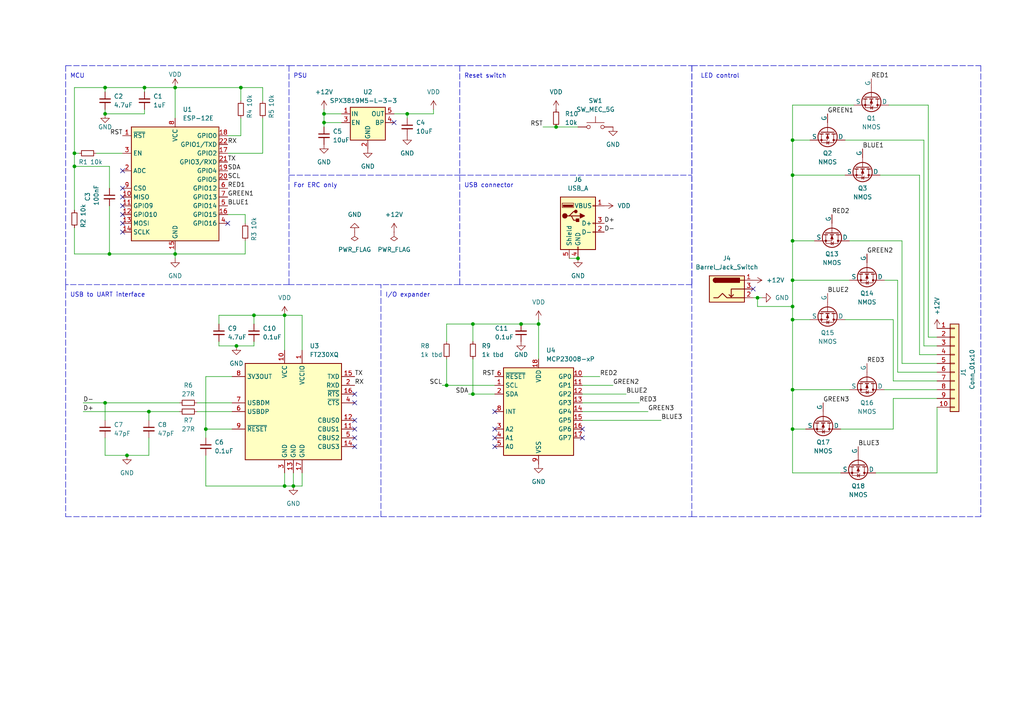
<source format=kicad_sch>
(kicad_sch (version 20230121) (generator eeschema)
  (paper "A4")
  (title_block (title "Christmas lights") (date "2023-12-3") (company "Yiting Wang, Mateusz Wolski, Rolland Theodore"))
  (lib_symbols
    (symbol "Connector:Barrel_Jack_Switch" (pin_names hide)
      (property "Reference" "J" (at 0 5.334 0))
      (property "Value" "Barrel_Jack_Switch" (at 0 -5.08 0))
      (symbol "Barrel_Jack_Switch_0_1"
        (rectangle (start -5.08 3.81) (end 5.08 -3.81) (stroke (width 0.254)) (fill (type background)))
        (arc (start -3.302 3.175) (mid -3.9343 2.54) (end -3.302 1.905) (stroke (width 0.254)))
        (arc (start -3.302 3.175) (mid -3.9343 2.54) (end -3.302 1.905) (stroke (width 0.254)) (fill (type outline)))
        (polyline (pts (xy 1.27 -2.286) (xy 1.905 -1.651)) (stroke (width 0.254)))
        (polyline (pts (xy 5.08 2.54) (xy 3.81 2.54)) (stroke (width 0.254)))
        (polyline (pts (xy 5.08 0) (xy 1.27 0) (xy 1.27 -2.286) (xy 0.635 -1.651)) (stroke (width 0.254)))
        (polyline (pts (xy -3.81 -2.54) (xy -2.54 -2.54) (xy -1.27 -1.27) (xy 0 -2.54) (xy 2.54 -2.54) (xy 5.08 -2.54)) (stroke (width 0.254)))
        (rectangle (start 3.683 3.175) (end -3.302 1.905) (stroke (width 0.254)) (fill (type outline)))
      )
      (symbol "Barrel_Jack_Switch_1_1"
        (pin passive line (at 7.62 2.54 180) (length 2.54) (name "~") (number "1"))
        (pin passive line (at 7.62 -2.54 180) (length 2.54) (name "~") (number "2"))
        (pin passive line (at 7.62 0 180) (length 2.54) (name "~") (number "3"))
      )
    )
    (symbol "Connector:USB_A" (pin_names (offset 1.016))
      (property "Reference" "J" (at -5.08 11.43 0))
      (property "Value" "USB_A" (at -5.08 8.89 0))
      (symbol "USB_A_0_1"
        (rectangle (start -5.08 -7.62) (end 5.08 7.62) (stroke (width 0.254)) (fill (type background)))
        (circle (center -3.81 2.159) (radius 0.635) (stroke (width 0.254)) (fill (type outline)))
        (rectangle (start -1.524 4.826) (end -4.318 5.334) (fill (type outline)))
        (rectangle (start -1.27 4.572) (end -4.572 5.842))
        (circle (center -0.635 3.429) (radius 0.381) (stroke (width 0.254)) (fill (type outline)))
        (rectangle (start -0.127 -7.62) (end 0.127 -6.858))
        (polyline (pts (xy -3.175 2.159) (xy -2.54 2.159) (xy -1.27 3.429) (xy -0.635 3.429)) (stroke (width 0.254)))
        (polyline (pts (xy -2.54 2.159) (xy -1.905 2.159) (xy -1.27 0.889) (xy 0 0.889)) (stroke (width 0.254)))
        (polyline (pts (xy 0.635 2.794) (xy 0.635 1.524) (xy 1.905 2.159) (xy 0.635 2.794)) (stroke (width 0.254)) (fill (type outline)))
        (rectangle (start 0.254 1.27) (end -0.508 0.508) (stroke (width 0.254)) (fill (type outline)))
        (rectangle (start 5.08 -2.667) (end 4.318 -2.413))
        (rectangle (start 5.08 -0.127) (end 4.318 0.127))
        (rectangle (start 5.08 4.953) (end 4.318 5.207))
      )
      (symbol "USB_A_1_1"
        (polyline (pts (xy -1.905 2.159) (xy 0.635 2.159)) (stroke (width 0.254)))
        (pin power_in line (at 7.62 5.08 180) (length 2.54) (name "VBUS") (number "1"))
        (pin bidirectional line (at 7.62 -2.54 180) (length 2.54) (name "D-") (number "2"))
        (pin bidirectional line (at 7.62 0 180) (length 2.54) (name "D+") (number "3"))
        (pin power_in line (at 0 -10.16 90) (length 2.54) (name "GND") (number "4"))
        (pin passive line (at -2.54 -10.16 90) (length 2.54) (name "Shield") (number "5"))
      )
    )
    (symbol "Connector_Generic:Conn_01x10" (pin_names (offset 1.016) hide)
      (property "Reference" "J" (at 0 12.7 0))
      (property "Value" "Conn_01x10" (at 0 -15.24 0))
      (symbol "Conn_01x10_1_1"
        (rectangle (start -1.27 -12.573) (end 0 -12.827) (stroke (width 0.1524)))
        (rectangle (start -1.27 -10.033) (end 0 -10.287) (stroke (width 0.1524)))
        (rectangle (start -1.27 -7.493) (end 0 -7.747) (stroke (width 0.1524)))
        (rectangle (start -1.27 -4.953) (end 0 -5.207) (stroke (width 0.1524)))
        (rectangle (start -1.27 -2.413) (end 0 -2.667) (stroke (width 0.1524)))
        (rectangle (start -1.27 0.127) (end 0 -0.127) (stroke (width 0.1524)))
        (rectangle (start -1.27 2.667) (end 0 2.413) (stroke (width 0.1524)))
        (rectangle (start -1.27 5.207) (end 0 4.953) (stroke (width 0.1524)))
        (rectangle (start -1.27 7.747) (end 0 7.493) (stroke (width 0.1524)))
        (rectangle (start -1.27 10.287) (end 0 10.033) (stroke (width 0.1524)))
        (rectangle (start -1.27 11.43) (end 1.27 -13.97) (stroke (width 0.254)) (fill (type background)))
        (pin passive line (at -5.08 10.16 0) (length 3.81) (name "Pin_1") (number "1"))
        (pin passive line (at -5.08 -12.7 0) (length 3.81) (name "Pin_10") (number "10"))
        (pin passive line (at -5.08 7.62 0) (length 3.81) (name "Pin_2") (number "2"))
        (pin passive line (at -5.08 5.08 0) (length 3.81) (name "Pin_3") (number "3"))
        (pin passive line (at -5.08 2.54 0) (length 3.81) (name "Pin_4") (number "4"))
        (pin passive line (at -5.08 0 0) (length 3.81) (name "Pin_5") (number "5"))
        (pin passive line (at -5.08 -2.54 0) (length 3.81) (name "Pin_6") (number "6"))
        (pin passive line (at -5.08 -5.08 0) (length 3.81) (name "Pin_7") (number "7"))
        (pin passive line (at -5.08 -7.62 0) (length 3.81) (name "Pin_8") (number "8"))
        (pin passive line (at -5.08 -10.16 0) (length 3.81) (name "Pin_9") (number "9"))
      )
    )
    (symbol "Device:C_Small" (pin_numbers hide) (pin_names (offset 0.254) hide)
      (property "Reference" "C" (at 0.254 1.778 0))
      (property "Value" "C_Small" (at 0.254 -2.032 0))
      (symbol "C_Small_0_1"
        (polyline (pts (xy -1.524 -0.508) (xy 1.524 -0.508)) (stroke (width 0.3302)))
        (polyline (pts (xy -1.524 0.508) (xy 1.524 0.508)) (stroke (width 0.3048)))
      )
      (symbol "C_Small_1_1"
        (pin passive line (at 0 2.54 270) (length 2.032) (name "~") (number "1"))
        (pin passive line (at 0 -2.54 90) (length 2.032) (name "~") (number "2"))
      )
    )
    (symbol "Device:R_Small" (pin_numbers hide) (pin_names (offset 0.254) hide)
      (property "Reference" "R" (at 0.762 0.508 0))
      (property "Value" "R_Small" (at 0.762 -1.016 0))
      (symbol "R_Small_0_1"
        (rectangle (start -0.762 1.778) (end 0.762 -1.778) (stroke (width 0.2032)))
      )
      (symbol "R_Small_1_1"
        (pin passive line (at 0 2.54 270) (length 0.762) (name "~") (number "1"))
        (pin passive line (at 0 -2.54 90) (length 0.762) (name "~") (number "2"))
      )
    )
    (symbol "Interface_Expansion:MCP23008-xP"
      (property "Reference" "U" (at -8.89 13.97 0))
      (property "Value" "MCP23008-xP" (at 8.89 13.97 0))
      (symbol "MCP23008-xP_0_1"
        (rectangle (start -10.16 12.7) (end 10.16 -12.7) (stroke (width 0.254)) (fill (type background)))
      )
      (symbol "MCP23008-xP_1_1"
        (pin input line (at -12.7 7.62 0) (length 2.54) (name "SCL") (number "1"))
        (pin bidirectional line (at 12.7 10.16 180) (length 2.54) (name "GP0") (number "10"))
        (pin bidirectional line (at 12.7 7.62 180) (length 2.54) (name "GP1") (number "11"))
        (pin bidirectional line (at 12.7 5.08 180) (length 2.54) (name "GP2") (number "12"))
        (pin bidirectional line (at 12.7 2.54 180) (length 2.54) (name "GP3") (number "13"))
        (pin bidirectional line (at 12.7 0 180) (length 2.54) (name "GP4") (number "14"))
        (pin bidirectional line (at 12.7 -2.54 180) (length 2.54) (name "GP5") (number "15"))
        (pin bidirectional line (at 12.7 -5.08 180) (length 2.54) (name "GP6") (number "16"))
        (pin bidirectional line (at 12.7 -7.62 180) (length 2.54) (name "GP7") (number "17"))
        (pin power_in line (at 0 15.24 270) (length 2.54) (name "VDD") (number "18"))
        (pin bidirectional line (at -12.7 5.08 0) (length 2.54) (name "SDA") (number "2"))
        (pin input line (at -12.7 -5.08 0) (length 2.54) (name "A2") (number "3"))
        (pin input line (at -12.7 -7.62 0) (length 2.54) (name "A1") (number "4"))
        (pin input line (at -12.7 -10.16 0) (length 2.54) (name "A0") (number "5"))
        (pin input line (at -12.7 10.16 0) (length 2.54) (name "~{RESET}") (number "6"))
        (pin no_connect line (at -10.16 -2.54 0) (length 2.54) hide (name "NC") (number "7"))
        (pin output line (at -12.7 0 0) (length 2.54) (name "INT") (number "8"))
        (pin power_in line (at 0 -15.24 90) (length 2.54) (name "VSS") (number "9"))
      )
    )
    (symbol "Interface_USB:FT230XQ"
      (property "Reference" "U" (at -13.97 15.24 0))
      (property "Value" "FT230XQ" (at 7.62 15.24 0))
      (symbol "FT230XQ_0_1"
        (rectangle (start -13.97 13.97) (end 13.97 -13.97) (stroke (width 0.254)) (fill (type background)))
      )
      (symbol "FT230XQ_1_1"
        (pin power_in line (at 2.54 17.78 270) (length 3.81) (name "VCCIO") (number "1"))
        (pin power_in line (at -2.54 17.78 270) (length 3.81) (name "VCC") (number "10"))
        (pin bidirectional line (at 17.78 -5.08 180) (length 3.81) (name "CBUS1") (number "11"))
        (pin bidirectional line (at 17.78 -2.54 180) (length 3.81) (name "CBUS0") (number "12"))
        (pin power_in line (at 0 -17.78 90) (length 3.81) (name "GND") (number "13"))
        (pin bidirectional line (at 17.78 -10.16 180) (length 3.81) (name "CBUS3") (number "14"))
        (pin output line (at 17.78 10.16 180) (length 3.81) (name "TXD") (number "15"))
        (pin output line (at 17.78 5.08 180) (length 3.81) (name "~{RTS}") (number "16"))
        (pin power_in line (at 2.54 -17.78 90) (length 3.81) (name "GND") (number "17"))
        (pin input line (at 17.78 7.62 180) (length 3.81) (name "RXD") (number "2"))
        (pin power_in line (at -2.54 -17.78 90) (length 3.81) (name "GND") (number "3"))
        (pin input line (at 17.78 2.54 180) (length 3.81) (name "~{CTS}") (number "4"))
        (pin bidirectional line (at 17.78 -7.62 180) (length 3.81) (name "CBUS2") (number "5"))
        (pin bidirectional line (at -17.78 0 0) (length 3.81) (name "USBDP") (number "6"))
        (pin bidirectional line (at -17.78 2.54 0) (length 3.81) (name "USBDM") (number "7"))
        (pin power_out line (at -17.78 10.16 0) (length 3.81) (name "3V3OUT") (number "8"))
        (pin input line (at -17.78 -5.08 0) (length 3.81) (name "~{RESET}") (number "9"))
      )
    )
    (symbol "RF_Module:ESP-12E"
      (property "Reference" "U" (at -12.7 19.05 0))
      (property "Value" "ESP-12E" (at 12.7 19.05 0))
      (symbol "ESP-12E_0_1"
        (rectangle (start -12.7 17.78) (end 12.7 -15.24) (stroke (width 0.254)) (fill (type background)))
      )
      (symbol "ESP-12E_1_1"
        (pin input line (at -15.24 15.24 0) (length 2.54) (name "~{RST}") (number "1"))
        (pin bidirectional line (at -15.24 -2.54 0) (length 2.54) (name "MISO") (number "10"))
        (pin bidirectional line (at -15.24 -5.08 0) (length 2.54) (name "GPIO9") (number "11"))
        (pin bidirectional line (at -15.24 -7.62 0) (length 2.54) (name "GPIO10") (number "12"))
        (pin bidirectional line (at -15.24 -10.16 0) (length 2.54) (name "MOSI") (number "13"))
        (pin bidirectional line (at -15.24 -12.7 0) (length 2.54) (name "SCLK") (number "14"))
        (pin power_in line (at 0 -17.78 90) (length 2.54) (name "GND") (number "15"))
        (pin bidirectional line (at 15.24 -7.62 180) (length 2.54) (name "GPIO15") (number "16"))
        (pin bidirectional line (at 15.24 10.16 180) (length 2.54) (name "GPIO2") (number "17"))
        (pin bidirectional line (at 15.24 15.24 180) (length 2.54) (name "GPIO0") (number "18"))
        (pin bidirectional line (at 15.24 5.08 180) (length 2.54) (name "GPIO4") (number "19"))
        (pin input line (at -15.24 5.08 0) (length 2.54) (name "ADC") (number "2"))
        (pin bidirectional line (at 15.24 2.54 180) (length 2.54) (name "GPIO5") (number "20"))
        (pin bidirectional line (at 15.24 7.62 180) (length 2.54) (name "GPIO3/RXD") (number "21"))
        (pin bidirectional line (at 15.24 12.7 180) (length 2.54) (name "GPIO1/TXD") (number "22"))
        (pin input line (at -15.24 10.16 0) (length 2.54) (name "EN") (number "3"))
        (pin bidirectional line (at 15.24 -10.16 180) (length 2.54) (name "GPIO16") (number "4"))
        (pin bidirectional line (at 15.24 -5.08 180) (length 2.54) (name "GPIO14") (number "5"))
        (pin bidirectional line (at 15.24 0 180) (length 2.54) (name "GPIO12") (number "6"))
        (pin bidirectional line (at 15.24 -2.54 180) (length 2.54) (name "GPIO13") (number "7"))
        (pin power_in line (at 0 20.32 270) (length 2.54) (name "VCC") (number "8"))
        (pin input line (at -15.24 0 0) (length 2.54) (name "CS0") (number "9"))
      )
    )
    (symbol "Regulator_Linear:SPX3819M5-L-3-3" (pin_names (offset 0.254))
      (property "Reference" "U" (at -3.81 5.715 0))
      (property "Value" "SPX3819M5-L-3-3" (at 0 5.715 0))
      (symbol "SPX3819M5-L-3-3_0_1"
        (rectangle (start -5.08 4.445) (end 5.08 -5.08) (stroke (width 0.254)) (fill (type background)))
      )
      (symbol "SPX3819M5-L-3-3_1_1"
        (pin power_in line (at -7.62 2.54 0) (length 2.54) (name "IN") (number "1"))
        (pin power_in line (at 0 -7.62 90) (length 2.54) (name "GND") (number "2"))
        (pin input line (at -7.62 0 0) (length 2.54) (name "EN") (number "3"))
        (pin input line (at 7.62 0 180) (length 2.54) (name "BP") (number "4"))
        (pin power_out line (at 7.62 2.54 180) (length 2.54) (name "OUT") (number "5"))
      )
    )
    (symbol "Simulation_SPICE:NMOS" (pin_numbers hide) (pin_names (offset 0))
      (property "Reference" "Q" (at 5.08 1.27 0))
      (property "Value" "NMOS" (at 5.08 -1.27 0))
      (symbol "NMOS_0_1"
        (polyline (pts (xy 0.254 0) (xy -2.54 0)))
        (polyline (pts (xy 0.254 1.905) (xy 0.254 -1.905)) (stroke (width 0.254)))
        (polyline (pts (xy 0.762 -1.27) (xy 0.762 -2.286)) (stroke (width 0.254)))
        (polyline (pts (xy 0.762 0.508) (xy 0.762 -0.508)) (stroke (width 0.254)))
        (polyline (pts (xy 0.762 2.286) (xy 0.762 1.27)) (stroke (width 0.254)))
        (polyline (pts (xy 2.54 2.54) (xy 2.54 1.778)))
        (polyline (pts (xy 2.54 -2.54) (xy 2.54 0) (xy 0.762 0)))
        (polyline (pts (xy 0.762 -1.778) (xy 3.302 -1.778) (xy 3.302 1.778) (xy 0.762 1.778)))
        (polyline (pts (xy 1.016 0) (xy 2.032 0.381) (xy 2.032 -0.381) (xy 1.016 0)) (fill (type outline)))
        (polyline (pts (xy 2.794 0.508) (xy 2.921 0.381) (xy 3.683 0.381) (xy 3.81 0.254)))
        (polyline (pts (xy 3.302 0.381) (xy 2.921 -0.254) (xy 3.683 -0.254) (xy 3.302 0.381)))
        (circle (center 1.651 0) (radius 2.794) (stroke (width 0.254)))
        (circle (center 2.54 -1.778) (radius 0.254) (fill (type outline)))
        (circle (center 2.54 1.778) (radius 0.254) (fill (type outline)))
      )
      (symbol "NMOS_1_1"
        (pin passive line (at 2.54 5.08 270) (length 2.54) (name "D") (number "1"))
        (pin input line (at -5.08 0 0) (length 2.54) (name "G") (number "2"))
        (pin passive line (at 2.54 -5.08 90) (length 2.54) (name "S") (number "3"))
      )
    )
    (symbol "Switch:SW_MEC_5G" (pin_numbers hide) (pin_names (offset 1.016) hide)
      (property "Reference" "SW" (at 1.27 2.54 0))
      (property "Value" "SW_MEC_5G" (at 0 -1.524 0))
      (symbol "SW_MEC_5G_0_1"
        (circle (center -2.032 0) (radius 0.508))
        (polyline (pts (xy 0 1.27) (xy 0 3.048)))
        (polyline (pts (xy 2.54 1.27) (xy -2.54 1.27)))
        (circle (center 2.032 0) (radius 0.508))
        (pin passive line (at -5.08 0 0) (length 2.54) (name "A") (number "1"))
        (pin passive line (at 5.08 0 180) (length 2.54) (name "B") (number "3"))
      )
      (symbol "SW_MEC_5G_1_1"
        (pin passive line (at -5.08 0 0) (length 2.54) hide (name "A") (number "2"))
        (pin passive line (at 5.08 0 180) (length 2.54) hide (name "B") (number "4"))
      )
    )
    (symbol "power:+12V" (power) (pin_names (offset 0))
      (property "Value" "+12V" (at 0 3.556 0))
      (symbol "+12V_0_1"
        (polyline (pts (xy -0.762 1.27) (xy 0 2.54)))
        (polyline (pts (xy 0 0) (xy 0 2.54)))
        (polyline (pts (xy 0 2.54) (xy 0.762 1.27)))
      )
      (symbol "+12V_1_1"
        (pin power_in line (at 0 0 90) (length 0) hide (name "+12V") (number "1"))
      )
    )
    (symbol "power:GND" (power) (pin_names (offset 0))
      (property "Value" "GND" (at 0 -3.81 0))
      (symbol "GND_0_1"
        (polyline (pts (xy 0 0) (xy 0 -1.27) (xy 1.27 -1.27) (xy 0 -2.54) (xy -1.27 -1.27) (xy 0 -1.27)))
      )
      (symbol "GND_1_1"
        (pin power_in line (at 0 0 270) (length 0) hide (name "GND") (number "1"))
      )
    )
    (symbol "power:PWR_FLAG" (power) (pin_numbers hide) (pin_names (offset 0) hide)
      (property "Value" "PWR_FLAG" (at 0 3.81 0))
      (symbol "PWR_FLAG_0_0"
        (pin power_out line (at 0 0 90) (length 0) (name "pwr") (number "1"))
      )
      (symbol "PWR_FLAG_0_1"
        (polyline (pts (xy 0 0) (xy 0 1.27) (xy -1.016 1.905) (xy 0 2.54) (xy 1.016 1.905) (xy 0 1.27)))
      )
    )
    (symbol "power:VDD" (power) (pin_names (offset 0))
      (property "Value" "VDD" (at 0 3.81 0))
      (symbol "VDD_0_1"
        (polyline (pts (xy -0.762 1.27) (xy 0 2.54)))
        (polyline (pts (xy 0 0) (xy 0 2.54)))
        (polyline (pts (xy 0 2.54) (xy 0.762 1.27)))
      )
      (symbol "VDD_1_1"
        (pin power_in line (at 0 0 90) (length 0) hide (name "VDD") (number "1"))
      )
    )
  )
  (junction (at 93.98 35.56))
  (junction (at 59.69 124.46))
  (junction (at 229.87 124.46))
  (junction (at 43.18 119.38))
  (junction (at 69.85 25.4))
  (junction (at 30.48 33.02))
  (junction (at 21.59 44.45))
  (junction (at 156.21 93.98))
  (junction (at 50.8 73.66))
  (junction (at 137.16 114.3))
  (junction (at 82.55 140.97))
  (junction (at 229.87 50.8))
  (junction (at 151.13 93.98))
  (junction (at 229.87 69.85))
  (junction (at 129.54 111.76))
  (junction (at 30.48 25.4))
  (junction (at 41.91 25.4))
  (junction (at 85.09 140.97))
  (junction (at 36.83 132.08))
  (junction (at 229.87 88.9))
  (junction (at 229.87 40.64))
  (junction (at 68.58 100.33))
  (junction (at 93.98 33.02))
  (junction (at 167.64 74.93))
  (junction (at 30.48 116.84))
  (junction (at 229.87 81.28))
  (junction (at 161.29 36.83))
  (junction (at 118.11 33.02))
  (junction (at 50.8 25.4))
  (junction (at 31.75 73.66))
  (junction (at 229.87 113.03))
  (junction (at 137.16 93.98))
  (junction (at 219.71 86.36))
  (junction (at 73.66 91.44))
  (junction (at 82.55 91.44))
  (junction (at 21.59 48.26))
  (junction (at 229.87 92.71))
  (no_connect (at 143.51 124.46))
  (no_connect (at 35.56 57.15))
  (no_connect (at 114.3 35.56))
  (no_connect (at 35.56 62.23))
  (no_connect (at 35.56 59.69))
  (no_connect (at 35.56 67.31))
  (no_connect (at 35.56 49.53))
  (no_connect (at 35.56 54.61))
  (no_connect (at 102.87 127))
  (no_connect (at 168.91 124.46))
  (no_connect (at 35.56 64.77))
  (no_connect (at 66.04 64.77))
  (no_connect (at 102.87 121.92))
  (no_connect (at 168.91 127))
  (no_connect (at 102.87 124.46))
  (no_connect (at 143.51 119.38))
  (no_connect (at 102.87 116.84))
  (no_connect (at 143.51 129.54))
  (no_connect (at 218.44 83.82))
  (no_connect (at 102.87 129.54))
  (no_connect (at 102.87 114.3))
  (no_connect (at 143.51 127))
  (polyline (pts (xy 133.35 19.05) (xy 133.35 82.55)) (stroke (width 0) (type dash)))
  (wire (pts (xy 30.48 127) (xy 30.48 132.08)))
  (wire (pts (xy 229.87 113.03) (xy 246.38 113.03)))
  (wire (pts (xy 137.16 104.14) (xy 137.16 114.3)))
  (wire (pts (xy 50.8 74.93) (xy 50.8 73.66)))
  (wire (pts (xy 21.59 25.4) (xy 21.59 44.45)))
  (wire (pts (xy 256.54 81.28) (xy 260.35 81.28)))
  (wire (pts (xy 43.18 119.38) (xy 43.18 121.92)))
  (wire (pts (xy 229.87 92.71) (xy 229.87 88.9)))
  (wire (pts (xy 87.63 91.44) (xy 82.55 91.44)))
  (wire (pts (xy 271.78 105.41) (xy 261.62 105.41)))
  (wire (pts (xy 229.87 92.71) (xy 234.95 92.71)))
  (wire (pts (xy 63.5 100.33) (xy 68.58 100.33)))
  (wire (pts (xy 271.78 100.33) (xy 267.97 100.33)))
  (wire (pts (xy 135.89 114.3) (xy 137.16 114.3)))
  (wire (pts (xy 259.08 110.49) (xy 271.78 110.49)))
  (wire (pts (xy 71.12 64.77) (xy 71.12 62.23)))
  (wire (pts (xy 82.55 91.44) (xy 82.55 101.6)))
  (wire (pts (xy 93.98 33.02) (xy 93.98 35.56)))
  (wire (pts (xy 168.91 109.22) (xy 173.99 109.22)))
  (wire (pts (xy 157.48 36.83) (xy 161.29 36.83)))
  (wire (pts (xy 76.2 29.21) (xy 76.2 25.4)))
  (wire (pts (xy 57.15 116.84) (xy 67.31 116.84)))
  (wire (pts (xy 143.51 111.76) (xy 129.54 111.76)))
  (wire (pts (xy 259.08 124.46) (xy 259.08 115.57)))
  (wire (pts (xy 257.81 30.48) (xy 269.24 30.48)))
  (polyline (pts (xy 19.05 82.55) (xy 19.05 149.86)) (stroke (width 0) (type dash)))
  (wire (pts (xy 229.87 69.85) (xy 229.87 81.28)))
  (polyline (pts (xy 200.66 149.86) (xy 200.66 82.55)) (stroke (width 0) (type dash)))
  (wire (pts (xy 24.13 119.38) (xy 43.18 119.38)))
  (polyline (pts (xy 133.35 82.55) (xy 83.82 82.55)) (stroke (width 0) (type dash)))
  (wire (pts (xy 66.04 44.45) (xy 76.2 44.45)))
  (wire (pts (xy 118.11 33.02) (xy 114.3 33.02)))
  (wire (pts (xy 41.91 25.4) (xy 41.91 26.67)))
  (wire (pts (xy 229.87 88.9) (xy 229.87 81.28)))
  (wire (pts (xy 151.13 93.98) (xy 156.21 93.98)))
  (wire (pts (xy 118.11 33.02) (xy 125.73 33.02)))
  (polyline (pts (xy 19.05 149.86) (xy 110.49 149.86)) (stroke (width 0) (type dash)))
  (wire (pts (xy 87.63 140.97) (xy 85.09 140.97)))
  (polyline (pts (xy 83.82 50.8) (xy 133.35 50.8)) (stroke (width 0) (type dash)))
  (wire (pts (xy 128.27 111.76) (xy 129.54 111.76)))
  (wire (pts (xy 125.73 33.02) (xy 125.73 31.75)))
  (wire (pts (xy 156.21 93.98) (xy 156.21 104.14)))
  (polyline (pts (xy 200.66 82.55) (xy 133.35 82.55)) (stroke (width 0) (type dash)))
  (wire (pts (xy 87.63 137.16) (xy 87.63 140.97)))
  (polyline (pts (xy 200.66 19.05) (xy 200.66 82.55)) (stroke (width 0) (type dash)))
  (wire (pts (xy 271.78 102.87) (xy 266.7 102.87)))
  (wire (pts (xy 21.59 48.26) (xy 31.75 48.26)))
  (wire (pts (xy 93.98 35.56) (xy 93.98 36.83)))
  (wire (pts (xy 93.98 33.02) (xy 99.06 33.02)))
  (wire (pts (xy 229.87 137.16) (xy 243.84 137.16)))
  (wire (pts (xy 82.55 91.44) (xy 73.66 91.44)))
  (wire (pts (xy 229.87 30.48) (xy 229.87 40.64)))
  (wire (pts (xy 229.87 50.8) (xy 229.87 69.85)))
  (wire (pts (xy 261.62 69.85) (xy 261.62 105.41)))
  (wire (pts (xy 129.54 111.76) (xy 129.54 104.14)))
  (wire (pts (xy 243.84 124.46) (xy 259.08 124.46)))
  (wire (pts (xy 93.98 31.75) (xy 93.98 33.02)))
  (polyline (pts (xy 83.82 19.05) (xy 83.82 82.55)) (stroke (width 0) (type dash)))
  (wire (pts (xy 161.29 36.83) (xy 167.64 36.83)))
  (wire (pts (xy 21.59 44.45) (xy 21.59 48.26)))
  (polyline (pts (xy 83.82 82.55) (xy 19.05 82.55)) (stroke (width 0) (type dash)))
  (polyline (pts (xy 133.35 50.8) (xy 200.66 50.8)) (stroke (width 0) (type dash)))
  (wire (pts (xy 229.87 30.48) (xy 247.65 30.48)))
  (polyline (pts (xy 83.82 19.05) (xy 133.35 19.05)) (stroke (width 0) (type dash)))
  (wire (pts (xy 168.91 116.84) (xy 185.42 116.84)))
  (wire (pts (xy 30.48 33.02) (xy 30.48 31.75)))
  (polyline (pts (xy 200.66 19.05) (xy 200.66 82.55)) (stroke (width 0) (type dash)))
  (wire (pts (xy 156.21 92.71) (xy 156.21 93.98)))
  (wire (pts (xy 76.2 25.4) (xy 69.85 25.4)))
  (wire (pts (xy 229.87 137.16) (xy 229.87 124.46)))
  (wire (pts (xy 66.04 62.23) (xy 71.12 62.23)))
  (wire (pts (xy 59.69 127) (xy 59.69 124.46)))
  (wire (pts (xy 245.11 40.64) (xy 267.97 40.64)))
  (wire (pts (xy 118.11 33.02) (xy 118.11 34.29)))
  (wire (pts (xy 24.13 116.84) (xy 30.48 116.84)))
  (wire (pts (xy 59.69 109.22) (xy 59.69 124.46)))
  (wire (pts (xy 31.75 73.66) (xy 50.8 73.66)))
  (wire (pts (xy 129.54 99.06) (xy 129.54 93.98)))
  (wire (pts (xy 73.66 100.33) (xy 68.58 100.33)))
  (wire (pts (xy 50.8 73.66) (xy 71.12 73.66)))
  (wire (pts (xy 168.91 114.3) (xy 181.61 114.3)))
  (wire (pts (xy 21.59 44.45) (xy 22.86 44.45)))
  (wire (pts (xy 219.71 86.36) (xy 218.44 86.36)))
  (wire (pts (xy 229.87 124.46) (xy 233.68 124.46)))
  (wire (pts (xy 36.83 132.08) (xy 43.18 132.08)))
  (wire (pts (xy 30.48 132.08) (xy 36.83 132.08)))
  (wire (pts (xy 271.78 107.95) (xy 260.35 107.95)))
  (wire (pts (xy 168.91 119.38) (xy 187.96 119.38)))
  (wire (pts (xy 93.98 35.56) (xy 99.06 35.56)))
  (wire (pts (xy 59.69 124.46) (xy 67.31 124.46)))
  (wire (pts (xy 229.87 40.64) (xy 234.95 40.64)))
  (wire (pts (xy 259.08 115.57) (xy 271.78 115.57)))
  (wire (pts (xy 21.59 73.66) (xy 31.75 73.66)))
  (wire (pts (xy 229.87 50.8) (xy 245.11 50.8)))
  (wire (pts (xy 168.91 121.92) (xy 191.77 121.92)))
  (wire (pts (xy 219.71 86.36) (xy 219.71 88.9)))
  (wire (pts (xy 76.2 44.45) (xy 76.2 34.29)))
  (wire (pts (xy 229.87 69.85) (xy 236.22 69.85)))
  (wire (pts (xy 168.91 111.76) (xy 177.8 111.76)))
  (wire (pts (xy 73.66 91.44) (xy 73.66 93.98)))
  (wire (pts (xy 220.98 86.36) (xy 219.71 86.36)))
  (wire (pts (xy 137.16 93.98) (xy 151.13 93.98)))
  (wire (pts (xy 41.91 25.4) (xy 50.8 25.4)))
  (wire (pts (xy 63.5 100.33) (xy 63.5 99.06)))
  (wire (pts (xy 82.55 137.16) (xy 82.55 140.97)))
  (wire (pts (xy 57.15 119.38) (xy 67.31 119.38)))
  (polyline (pts (xy 133.35 19.05) (xy 200.66 19.05)) (stroke (width 0) (type dash)))
  (wire (pts (xy 27.94 44.45) (xy 35.56 44.45)))
  (wire (pts (xy 50.8 25.4) (xy 69.85 25.4)))
  (wire (pts (xy 87.63 91.44) (xy 87.63 101.6)))
  (wire (pts (xy 30.48 25.4) (xy 41.91 25.4)))
  (wire (pts (xy 255.27 50.8) (xy 266.7 50.8)))
  (wire (pts (xy 30.48 33.02) (xy 41.91 33.02)))
  (wire (pts (xy 129.54 93.98) (xy 137.16 93.98)))
  (wire (pts (xy 165.1 74.93) (xy 167.64 74.93)))
  (polyline (pts (xy 19.05 19.05) (xy 83.82 19.05)) (stroke (width 0) (type dash)))
  (polyline (pts (xy 110.49 149.86) (xy 110.49 82.55)) (stroke (width 0) (type dash)))
  (wire (pts (xy 219.71 88.9) (xy 229.87 88.9)))
  (wire (pts (xy 30.48 116.84) (xy 52.07 116.84)))
  (wire (pts (xy 137.16 93.98) (xy 137.16 99.06)))
  (wire (pts (xy 271.78 137.16) (xy 271.78 118.11)))
  (wire (pts (xy 69.85 39.37) (xy 66.04 39.37)))
  (wire (pts (xy 73.66 91.44) (xy 63.5 91.44)))
  (wire (pts (xy 41.91 33.02) (xy 41.91 31.75)))
  (wire (pts (xy 31.75 59.69) (xy 31.75 73.66)))
  (wire (pts (xy 63.5 91.44) (xy 63.5 93.98)))
  (wire (pts (xy 137.16 114.3) (xy 143.51 114.3)))
  (wire (pts (xy 260.35 81.28) (xy 260.35 107.95)))
  (wire (pts (xy 50.8 73.66) (xy 50.8 72.39)))
  (wire (pts (xy 30.48 116.84) (xy 30.48 121.92)))
  (wire (pts (xy 85.09 137.16) (xy 85.09 140.97)))
  (wire (pts (xy 30.48 25.4) (xy 30.48 26.67)))
  (wire (pts (xy 59.69 140.97) (xy 82.55 140.97)))
  (wire (pts (xy 229.87 40.64) (xy 229.87 50.8)))
  (wire (pts (xy 21.59 66.04) (xy 21.59 73.66)))
  (polyline (pts (xy 110.49 149.86) (xy 200.66 149.86)) (stroke (width 0) (type dash)))
  (wire (pts (xy 245.11 92.71) (xy 259.08 92.71)))
  (wire (pts (xy 254 137.16) (xy 271.78 137.16)))
  (wire (pts (xy 256.54 113.03) (xy 271.78 113.03)))
  (wire (pts (xy 31.75 48.26) (xy 31.75 54.61)))
  (wire (pts (xy 246.38 69.85) (xy 261.62 69.85)))
  (wire (pts (xy 67.31 109.22) (xy 59.69 109.22)))
  (wire (pts (xy 82.55 140.97) (xy 85.09 140.97)))
  (wire (pts (xy 59.69 132.08) (xy 59.69 140.97)))
  (wire (pts (xy 266.7 50.8) (xy 266.7 102.87)))
  (wire (pts (xy 69.85 34.29) (xy 69.85 39.37)))
  (wire (pts (xy 43.18 132.08) (xy 43.18 127)))
  (wire (pts (xy 259.08 92.71) (xy 259.08 110.49)))
  (wire (pts (xy 69.85 25.4) (xy 69.85 29.21)))
  (wire (pts (xy 269.24 30.48) (xy 269.24 97.79)))
  (wire (pts (xy 50.8 25.4) (xy 50.8 34.29)))
  (wire (pts (xy 229.87 113.03) (xy 229.87 92.71)))
  (wire (pts (xy 229.87 124.46) (xy 229.87 113.03)))
  (wire (pts (xy 271.78 97.79) (xy 269.24 97.79)))
  (wire (pts (xy 73.66 99.06) (xy 73.66 100.33)))
  (polyline (pts (xy 284.48 149.86) (xy 200.66 149.86)) (stroke (width 0) (type dash)))
  (wire (pts (xy 21.59 48.26) (xy 21.59 60.96)))
  (polyline (pts (xy 200.66 19.05) (xy 284.48 19.05)) (stroke (width 0) (type dash)))
  (wire (pts (xy 229.87 81.28) (xy 246.38 81.28)))
  (wire (pts (xy 43.18 119.38) (xy 52.07 119.38)))
  (wire (pts (xy 267.97 40.64) (xy 267.97 100.33)))
  (polyline (pts (xy 19.05 19.05) (xy 19.05 82.55)) (stroke (width 0) (type dash)))
  (wire (pts (xy 71.12 73.66) (xy 71.12 69.85)))
  (wire (pts (xy 21.59 25.4) (xy 30.48 25.4)))
  (polyline (pts (xy 284.48 19.05) (xy 284.48 149.86)) (stroke (width 0) (type dash)))
  (text "USB to UART interface" (at 20.32 86.36 0) (effects (font (size 1.27 1.27)) (justify left bottom)))
  (text "USB connector\n" (at 134.62 54.61 0) (effects (font (size 1.27 1.27)) (justify left bottom)))
  (text "Reset switch" (at 134.62 22.86 0) (effects (font (size 1.27 1.27)) (justify left bottom)))
  (text "For ERC only\n" (at 85.09 54.61 0) (effects (font (size 1.27 1.27)) (justify left bottom)))
  (text "LED control\n" (at 203.2 22.86 0) (effects (font (size 1.27 1.27)) (justify left bottom)))
  (text "MCU" (at 20.32 22.86 0) (effects (font (size 1.27 1.27)) (justify left bottom)))
  (text "I/O expander" (at 111.76 86.36 0) (effects (font (size 1.27 1.27)) (justify left bottom)))
  (text "PSU\n" (at 85.09 22.86 0) (effects (font (size 1.27 1.27)) (justify left bottom)))
  (label "RST" (at 143.51 109.22 180))
  (label "GREEN1" (at 240.03 33.02 0))
  (label "TX" (at 66.04 46.99 0))
  (label "RX" (at 66.04 41.91 0))
  (label "SDA" (at 135.89 114.3 180))
  (label "D+" (at 175.26 64.77 0))
  (label "GREEN2" (at 251.46 73.66 0))
  (label "BLUE3" (at 248.92 129.54 0))
  (label "GREEN3" (at 238.76 116.84 0))
  (label "RED2" (at 241.3 62.23 0))
  (label "RED2" (at 173.99 109.22 0))
  (label "BLUE2" (at 181.61 114.3 0))
  (label "RX" (at 102.87 111.76 0))
  (label "SDA" (at 66.04 49.53 0))
  (label "BLUE2" (at 240.03 85.09 0))
  (label "GREEN3" (at 187.96 119.38 0))
  (label "RED1" (at 252.73 22.86 0))
  (label "TX" (at 102.87 109.22 0))
  (label "GREEN1" (at 66.04 57.15 0))
  (label "D-" (at 24.13 116.84 0))
  (label "RST" (at 157.48 36.83 180))
  (label "SCL" (at 128.27 111.76 180))
  (label "SCL" (at 66.04 52.07 0))
  (label "RED3" (at 185.42 116.84 0))
  (label "D+" (at 24.13 119.38 0))
  (label "RED3" (at 251.46 105.41 0))
  (label "RST" (at 35.56 39.37 180))
  (label "D-" (at 175.26 67.31 0))
  (label "GREEN2" (at 177.8 111.76 0))
  (label "BLUE1" (at 66.04 59.69 0))
  (label "RED1" (at 66.04 54.61 0))
  (label "BLUE1" (at 250.19 43.18 0))
  (label "BLUE3" (at 191.77 121.92 0))
  (symbol (lib_id "Device:C_Small") (at 118.11 36.83 0) (unit 1)
    (property "Reference" "C4" (at 120.65 35.5663 0) (effects (justify left)))
    (property "Value" "10uF" (at 120.65 38.1063 0) (effects (justify left)))
    (property "Footprint" "Capacitor_SMD:C_0603_1608Metric" (effects hide))
  )
  (symbol (lib_id "power:GND") (at 30.48 33.02 0) (unit 1)
    (property "Reference" "#PWR03" (effects hide))
    (property "Value" "GND" (at 30.48 36.83 0))
  )
  (symbol (lib_id "Device:R_Small") (at 69.85 31.75 180) (unit 1)
    (property "Reference" "R4" (at 72.39 33.02 90))
    (property "Value" "10k" (at 72.39 29.21 90))
    (property "Footprint" "Resistor_SMD:R_0402_1005Metric" (effects hide))
  )
  (symbol (lib_id "power:VDD") (at 156.21 92.71 0) (unit 1)
    (property "Reference" "#PWR011" (effects hide))
    (property "Value" "VDD" (at 156.21 87.63 0))
  )
  (symbol (lib_id "Device:R_Small") (at 161.29 34.29 0) (unit 1)
    (property "Reference" "R10" (at 163.83 33.02 0) (effects (justify left)))
    (property "Value" "10k" (at 163.83 35.56 0) (effects (justify left)))
    (property "Footprint" "Resistor_SMD:R_0402_1005Metric" (effects hide))
  )
  (symbol (lib_id "Device:R_Small") (at 54.61 116.84 90) (unit 1)
    (property "Reference" "R6" (at 54.61 111.76 90))
    (property "Value" "27R" (at 54.61 114.3 90))
    (property "Footprint" "Resistor_SMD:R_0402_1005Metric" (effects hide))
  )
  (symbol (lib_id "Device:R_Small") (at 76.2 31.75 180) (unit 1)
    (property "Reference" "R5" (at 78.74 33.02 90))
    (property "Value" "10k" (at 78.74 29.21 90))
    (property "Footprint" "Resistor_SMD:R_0402_1005Metric" (effects hide))
  )
  (symbol (lib_id "power:VDD") (at 161.29 31.75 0) (unit 1)
    (property "Reference" "#PWR023" (effects hide))
    (property "Value" "VDD" (at 161.29 26.67 0))
  )
  (symbol (lib_id "Simulation_SPICE:NMOS") (at 251.46 110.49 270) (unit 1)
    (property "Reference" "Q16" (at 251.46 116.84 90))
    (property "Value" "NMOS" (at 251.46 119.38 90))
    (property "Footprint" "Package_TO_SOT_SMD:PQFN_8x8" (effects hide))
    (property "Datasheet" "https://ngspice.sourceforge.io/docs/ngspice-manual.pdf" (effects hide))
    (property "Sim.Device" "NMOS" (effects hide))
    (property "Sim.Type" "VDMOS" (effects hide))
    (property "Sim.Pins" "1=D 2=G 3=S" (effects hide))
  )
  (symbol (lib_id "power:+12V") (at 271.78 95.25 0) (unit 1)
    (property "Reference" "#PWR012" (effects hide))
    (property "Value" "+12V" (at 271.78 91.44 90) (effects (justify left)))
  )
  (symbol (lib_id "Simulation_SPICE:NMOS") (at 240.03 38.1 270) (unit 1)
    (property "Reference" "Q2" (at 240.03 44.45 90))
    (property "Value" "NMOS" (at 240.03 46.99 90))
    (property "Footprint" "Package_TO_SOT_SMD:PQFN_8x8" (effects hide))
    (property "Datasheet" "https://ngspice.sourceforge.io/docs/ngspice-manual.pdf" (effects hide))
    (property "Sim.Device" "NMOS" (effects hide))
    (property "Sim.Type" "VDMOS" (effects hide))
    (property "Sim.Pins" "1=D 2=G 3=S" (effects hide))
  )
  (symbol (lib_id "Device:C_Small") (at 59.69 129.54 0) (unit 1)
    (property "Reference" "C6" (at 62.23 128.2763 0) (effects (justify left)))
    (property "Value" "0.1uF" (at 62.23 130.8163 0) (effects (justify left)))
    (property "Footprint" "Capacitor_SMD:C_0402_1005Metric" (effects hide))
  )
  (symbol (lib_id "Simulation_SPICE:NMOS") (at 251.46 78.74 270) (unit 1)
    (property "Reference" "Q14" (at 251.46 85.09 90))
    (property "Value" "NMOS" (at 251.46 87.63 90))
    (property "Footprint" "Package_TO_SOT_SMD:PQFN_8x8" (effects hide))
    (property "Datasheet" "https://ngspice.sourceforge.io/docs/ngspice-manual.pdf" (effects hide))
    (property "Sim.Device" "NMOS" (effects hide))
    (property "Sim.Type" "VDMOS" (effects hide))
    (property "Sim.Pins" "1=D 2=G 3=S" (effects hide))
  )
  (symbol (lib_id "Connector:USB_A") (at 167.64 64.77 0) (unit 1)
    (property "Reference" "J6" (at 167.64 52.07 0))
    (property "Value" "USB_A" (at 167.64 54.61 0))
    (property "Footprint" "Connector_USB:USB_A_CNCTech_1001-011-01101_Horizontal" (effects hide))
    (property "Datasheet" " ~" (effects hide))
  )
  (symbol (lib_id "power:GND") (at 102.87 67.31 180) (unit 1)
    (property "Reference" "#PWR07" (effects hide))
    (property "Value" "GND" (at 102.87 62.23 0))
  )
  (symbol (lib_id "power:VDD") (at 175.26 59.69 270) (unit 1)
    (property "Reference" "#PWR024" (effects hide))
    (property "Value" "VDD" (at 179.07 59.69 90) (effects (justify left)))
  )
  (symbol (lib_id "Simulation_SPICE:NMOS") (at 241.3 67.31 270) (unit 1)
    (property "Reference" "Q13" (at 241.3 73.66 90))
    (property "Value" "NMOS" (at 241.3 76.2 90))
    (property "Footprint" "Package_TO_SOT_SMD:PQFN_8x8" (effects hide))
    (property "Datasheet" "https://ngspice.sourceforge.io/docs/ngspice-manual.pdf" (effects hide))
    (property "Sim.Device" "NMOS" (effects hide))
    (property "Sim.Type" "VDMOS" (effects hide))
    (property "Sim.Pins" "1=D 2=G 3=S" (effects hide))
  )
  (symbol (lib_id "power:GND") (at 68.58 100.33 0) (unit 1)
    (property "Reference" "#PWR018" (effects hide))
    (property "Value" "GND" (at 68.58 105.41 0))
  )
  (symbol (lib_id "RF_Module:ESP-12E") (at 50.8 54.61 0) (unit 1)
    (property "Reference" "U1" (at 52.9941 31.75 0) (effects (justify left)))
    (property "Value" "ESP-12E" (at 52.9941 34.29 0) (effects (justify left)))
    (property "Footprint" "RF_Module:ESP-12E" (effects hide))
    (property "Datasheet" "http://wiki.ai-thinker.com/_media/esp8266/esp8266_series_modules_user_manual_v1.1.pdf" (effects hide))
  )
  (symbol (lib_id "Simulation_SPICE:NMOS") (at 240.03 90.17 270) (unit 1)
    (property "Reference" "Q15" (at 240.03 96.52 90))
    (property "Value" "NMOS" (at 240.03 99.06 90))
    (property "Footprint" "Package_TO_SOT_SMD:PQFN_8x8" (effects hide))
    (property "Datasheet" "https://ngspice.sourceforge.io/docs/ngspice-manual.pdf" (effects hide))
    (property "Sim.Device" "NMOS" (effects hide))
    (property "Sim.Type" "VDMOS" (effects hide))
    (property "Sim.Pins" "1=D 2=G 3=S" (effects hide))
  )
  (symbol (lib_id "Device:R_Small") (at 21.59 63.5 180) (unit 1)
    (property "Reference" "R2" (at 24.13 64.77 90))
    (property "Value" "10k" (at 24.13 60.96 90))
    (property "Footprint" "Resistor_SMD:R_0402_1005Metric" (effects hide))
  )
  (symbol (lib_id "Simulation_SPICE:NMOS") (at 248.92 134.62 270) (unit 1)
    (property "Reference" "Q18" (at 248.92 140.97 90))
    (property "Value" "NMOS" (at 248.92 143.51 90))
    (property "Footprint" "Package_TO_SOT_SMD:PQFN_8x8" (effects hide))
    (property "Datasheet" "https://ngspice.sourceforge.io/docs/ngspice-manual.pdf" (effects hide))
    (property "Sim.Device" "NMOS" (effects hide))
    (property "Sim.Type" "VDMOS" (effects hide))
    (property "Sim.Pins" "1=D 2=G 3=S" (effects hide))
  )
  (symbol (lib_id "power:VDD") (at 50.8 25.4 0) (unit 1)
    (property "Reference" "#PWR02" (effects hide))
    (property "Value" "VDD" (at 50.8 21.59 0))
  )
  (symbol (lib_id "Device:C_Small") (at 30.48 124.46 0) (unit 1)
    (property "Reference" "C7" (at 33.02 123.1963 0) (effects (justify left)))
    (property "Value" "47pF" (at 33.02 125.7363 0) (effects (justify left)))
    (property "Footprint" "Capacitor_SMD:C_0402_1005Metric" (effects hide))
  )
  (symbol (lib_id "Device:C_Small") (at 41.91 29.21 0) (unit 1)
    (property "Reference" "C1" (at 44.45 27.9463 0) (effects (justify left)))
    (property "Value" "1uF" (at 44.45 30.4863 0) (effects (justify left)))
    (property "Footprint" "Capacitor_SMD:C_0603_1608Metric" (effects hide))
  )
  (symbol (lib_id "Connector:Barrel_Jack_Switch") (at 210.82 83.82 0) (unit 1)
    (property "Reference" "J4" (at 210.82 74.93 0))
    (property "Value" "Barrel_Jack_Switch" (at 210.82 77.47 0))
    (property "Footprint" "Connector_BarrelJack:BarrelJack_Horizontal" (effects hide))
  )
  (symbol (lib_id "Device:R_Small") (at 129.54 101.6 0) (unit 1)
    (property "Reference" "R8" (at 121.92 100.33 0) (effects (justify left)))
    (property "Value" "1k tbd" (at 121.92 102.87 0) (effects (justify left)))
    (property "Footprint" "Resistor_SMD:R_0402_1005Metric" (effects hide))
  )
  (symbol (lib_id "power:GND") (at 36.83 132.08 0) (unit 1)
    (property "Reference" "#PWR017" (effects hide))
    (property "Value" "GND" (at 36.83 137.16 0))
  )
  (symbol (lib_id "power:GND") (at 167.64 74.93 0) (unit 1)
    (property "Reference" "#PWR027" (effects hide))
    (property "Value" "GND" (at 167.64 80.01 0))
  )
  (symbol (lib_id "power:PWR_FLAG") (at 114.3 67.31 180) (unit 1)
    (property "Reference" "#FLG02" (effects hide))
    (property "Value" "PWR_FLAG" (at 114.3 72.39 0))
  )
  (symbol (lib_id "Device:R_Small") (at 137.16 101.6 0) (unit 1)
    (property "Reference" "R9" (at 139.7 100.33 0) (effects (justify left)))
    (property "Value" "1k tbd" (at 139.7 102.87 0) (effects (justify left)))
    (property "Footprint" "Resistor_SMD:R_0402_1005Metric" (effects hide))
  )
  (symbol (lib_id "Simulation_SPICE:NMOS") (at 238.76 121.92 270) (unit 1)
    (property "Reference" "Q17" (at 238.76 128.27 90))
    (property "Value" "NMOS" (at 238.76 130.81 90))
    (property "Footprint" "Package_TO_SOT_SMD:PQFN_8x8" (effects hide))
    (property "Datasheet" "https://ngspice.sourceforge.io/docs/ngspice-manual.pdf" (effects hide))
    (property "Sim.Device" "NMOS" (effects hide))
    (property "Sim.Type" "VDMOS" (effects hide))
    (property "Sim.Pins" "1=D 2=G 3=S" (effects hide))
  )
  (symbol (lib_id "power:GND") (at 151.13 99.06 0) (unit 1)
    (property "Reference" "#PWR020" (effects hide))
    (property "Value" "GND" (at 151.13 102.87 0))
  )
  (symbol (lib_id "power:GND") (at 50.8 74.93 0) (unit 1)
    (property "Reference" "#PWR01" (effects hide))
    (property "Value" "GND" (at 50.8 80.01 0))
  )
  (symbol (lib_id "power:GND") (at 118.11 39.37 0) (unit 1)
    (property "Reference" "#PWR09" (effects hide))
    (property "Value" "GND" (at 118.11 44.45 0))
  )
  (symbol (lib_id "Connector_Generic:Conn_01x10") (at 276.86 105.41 0) (unit 1)
    (property "Reference" "J1" (at 279.4 109.22 90) (effects (justify left)))
    (property "Value" "Conn_01x10" (at 281.94 113.03 90) (effects (justify left)))
    (property "Footprint" "Connector_PinHeader_2.54mm:PinHeader_1x10_P2.54mm_Horizontal" (effects hide))
  )
  (symbol (lib_id "Device:R_Small") (at 71.12 67.31 180) (unit 1)
    (property "Reference" "R3" (at 73.66 68.58 90))
    (property "Value" "10k" (at 73.66 64.77 90))
    (property "Footprint" "Resistor_SMD:R_0402_1005Metric" (effects hide))
  )
  (symbol (lib_id "Device:C_Small") (at 30.48 29.21 0) (unit 1)
    (property "Reference" "C2" (at 33.02 27.9463 0) (effects (justify left)))
    (property "Value" "4.7uF" (at 33.02 30.4863 0) (effects (justify left)))
    (property "Footprint" "Capacitor_SMD:C_0603_1608Metric" (effects hide))
  )
  (symbol (lib_id "power:GND") (at 177.8 36.83 0) (unit 1)
    (property "Reference" "#PWR022" (effects hide))
    (property "Value" "GND" (at 177.8 41.91 0))
  )
  (symbol (lib_id "Device:C_Small") (at 43.18 124.46 0) (unit 1)
    (property "Reference" "C8" (at 45.72 123.1963 0) (effects (justify left)))
    (property "Value" "47pF" (at 45.72 125.7363 0) (effects (justify left)))
    (property "Footprint" "Capacitor_SMD:C_0402_1005Metric" (effects hide))
  )
  (symbol (lib_id "power:+12V") (at 114.3 67.31 0) (unit 1)
    (property "Reference" "#PWR06" (effects hide))
    (property "Value" "+12V" (at 114.3 62.23 0))
  )
  (symbol (lib_id "Interface_USB:FT230XQ") (at 85.09 119.38 0) (unit 1)
    (property "Reference" "U3" (at 89.8241 100.33 0) (effects (justify left)))
    (property "Value" "FT230XQ" (at 89.8241 102.87 0) (effects (justify left)))
    (property "Footprint" "Package_DFN_QFN:QFN-16-1EP_4x4mm_P0.65mm_EP2.1x2.1mm" (effects hide))
    (property "Datasheet" "https://www.ftdichip.com/Support/Documents/DataSheets/ICs/DS_FT230X.pdf" (effects hide))
  )
  (symbol (lib_id "Device:C_Small") (at 73.66 96.52 0) (unit 1)
    (property "Reference" "C10" (at 76.2 95.2563 0) (effects (justify left)))
    (property "Value" "0.1uF" (at 76.2 97.7963 0) (effects (justify left)))
    (property "Footprint" "Capacitor_SMD:C_0402_1005Metric" (effects hide))
  )
  (symbol (lib_id "Device:C_Small") (at 63.5 96.52 0) (unit 1)
    (property "Reference" "C9" (at 66.04 95.2563 0) (effects (justify left)))
    (property "Value" "4.7uF" (at 66.04 97.7963 0) (effects (justify left)))
    (property "Footprint" "Capacitor_SMD:C_0603_1608Metric" (effects hide))
  )
  (symbol (lib_id "Switch:SW_MEC_5G") (at 172.72 36.83 0) (unit 1)
    (property "Reference" "SW1" (at 172.72 29.21 0))
    (property "Value" "SW_MEC_5G" (at 172.72 31.75 0))
    (property "Footprint" "Button_Switch_SMD:SW_MEC_5GSH9" (effects hide))
    (property "Datasheet" "http://www.apem.com/int/index.php?controller=attachment&id_attachment=488" (effects hide))
  )
  (symbol (lib_id "Device:C_Small") (at 93.98 39.37 0) (unit 1)
    (property "Reference" "C5" (at 96.52 38.1 0) (effects (justify left)))
    (property "Value" "10uF" (at 96.52 40.64 0) (effects (justify left)))
    (property "Footprint" "Capacitor_SMD:C_0603_1608Metric" (effects hide))
  )
  (symbol (lib_id "Interface_Expansion:MCP23008-xP") (at 156.21 119.38 0) (unit 1)
    (property "Reference" "U4" (at 158.4041 101.6 0) (effects (justify left)))
    (property "Value" "MCP23008-xP" (at 158.4041 104.14 0) (effects (justify left)))
    (property "Footprint" "Package_DIP:DIP-18_W7.62mm" (effects hide))
    (property "Datasheet" "http://ww1.microchip.com/downloads/en/DeviceDoc/MCP23008-MCP23S08-Data-Sheet-20001919F.pdf" (effects hide))
  )
  (symbol (lib_id "power:+12V") (at 218.44 81.28 270) (unit 1)
    (property "Reference" "#PWR013" (effects hide))
    (property "Value" "+12V" (at 222.25 81.28 90) (effects (justify left)))
  )
  (symbol (lib_id "power:GND") (at 156.21 134.62 0) (unit 1)
    (property "Reference" "#PWR021" (effects hide))
    (property "Value" "GND" (at 156.21 139.7 0))
  )
  (symbol (lib_id "power:+12V") (at 93.98 31.75 0) (unit 1)
    (property "Reference" "#PWR05" (effects hide))
    (property "Value" "+12V" (at 93.98 26.67 0))
  )
  (symbol (lib_id "Simulation_SPICE:NMOS") (at 250.19 48.26 270) (unit 1)
    (property "Reference" "Q3" (at 250.19 54.61 90))
    (property "Value" "NMOS" (at 250.19 57.15 90))
    (property "Footprint" "Package_TO_SOT_SMD:PQFN_8x8" (effects hide))
    (property "Datasheet" "https://ngspice.sourceforge.io/docs/ngspice-manual.pdf" (effects hide))
    (property "Sim.Device" "NMOS" (effects hide))
    (property "Sim.Type" "VDMOS" (effects hide))
    (property "Sim.Pins" "1=D 2=G 3=S" (effects hide))
  )
  (symbol (lib_id "Simulation_SPICE:NMOS") (at 252.73 27.94 270) (unit 1)
    (property "Reference" "Q1" (at 252.73 34.29 90))
    (property "Value" "NMOS" (at 252.73 36.83 90))
    (property "Footprint" "Package_TO_SOT_SMD:PQFN_8x8" (effects hide))
    (property "Datasheet" "https://ngspice.sourceforge.io/docs/ngspice-manual.pdf" (effects hide))
    (property "Sim.Device" "NMOS" (effects hide))
    (property "Sim.Type" "VDMOS" (effects hide))
    (property "Sim.Pins" "1=D 2=G 3=S" (effects hide))
  )
  (symbol (lib_id "Device:R_Small") (at 25.4 44.45 90) (unit 1)
    (property "Reference" "R1" (at 24.13 46.99 90))
    (property "Value" "10k" (at 27.94 46.99 90))
    (property "Footprint" "Resistor_SMD:R_0402_1005Metric" (effects hide))
  )
  (symbol (lib_id "power:VDD") (at 125.73 31.75 0) (unit 1)
    (property "Reference" "#PWR010" (effects hide))
    (property "Value" "VDD" (at 125.73 26.67 0))
  )
  (symbol (lib_id "Regulator_Linear:SPX3819M5-L-3-3") (at 106.68 35.56 0) (unit 1)
    (property "Reference" "U2" (at 106.68 26.67 0))
    (property "Value" "SPX3819M5-L-3-3" (at 105.41 29.21 0))
    (property "Footprint" "Package_TO_SOT_SMD:SOT-23-5" (effects hide))
    (property "Datasheet" "https://www.exar.com/content/document.ashx?id=22106&languageid=1033&type=Datasheet&partnumber=SPX3819&filename=SPX3819.pdf&part=SPX3819" (effects hide))
  )
  (symbol (lib_id "power:GND") (at 85.09 140.97 0) (unit 1)
    (property "Reference" "#PWR015" (effects hide))
    (property "Value" "GND" (at 85.09 146.05 0))
  )
  (symbol (lib_id "power:PWR_FLAG") (at 102.87 67.31 180) (unit 1)
    (property "Reference" "#FLG03" (effects hide))
    (property "Value" "PWR_FLAG" (at 102.87 72.39 0))
  )
  (symbol (lib_id "power:GND") (at 93.98 41.91 0) (unit 1)
    (property "Reference" "#PWR08" (effects hide))
    (property "Value" "GND" (at 93.98 46.99 0))
  )
  (symbol (lib_id "power:GND") (at 220.98 86.36 90) (unit 1)
    (property "Reference" "#PWR014" (effects hide))
    (property "Value" "GND" (at 224.79 86.36 90) (effects (justify right)))
  )
  (symbol (lib_id "Device:C_Small") (at 31.75 57.15 0) (unit 1)
    (property "Reference" "C3" (at 25.4 58.42 90) (effects (justify left)))
    (property "Value" "100nF" (at 27.94 59.69 90) (effects (justify left)))
    (property "Footprint" "Capacitor_SMD:C_0402_1005Metric" (effects hide))
  )
  (symbol (lib_id "Device:C_Small") (at 151.13 96.52 180) (unit 1)
    (property "Reference" "C11" (at 143.51 95.25 0) (effects (justify right)))
    (property "Value" "0.1uF" (at 143.51 97.79 0) (effects (justify right)))
    (property "Footprint" "Capacitor_SMD:C_0402_1005Metric" (effects hide))
  )
  (symbol (lib_id "Device:R_Small") (at 54.61 119.38 90) (unit 1)
    (property "Reference" "R7" (at 54.61 121.92 90))
    (property "Value" "27R" (at 54.61 124.46 90))
    (property "Footprint" "Resistor_SMD:R_0402_1005Metric" (effects hide))
  )
  (symbol (lib_id "power:VDD") (at 82.55 91.44 0) (unit 1)
    (property "Reference" "#PWR016" (effects hide))
    (property "Value" "VDD" (at 82.55 86.36 0))
  )
  (symbol (lib_id "power:GND") (at 106.68 43.18 0) (unit 1)
    (property "Reference" "#PWR04" (effects hide))
    (property "Value" "GND" (at 106.68 48.26 0))
  )
)
</source>
